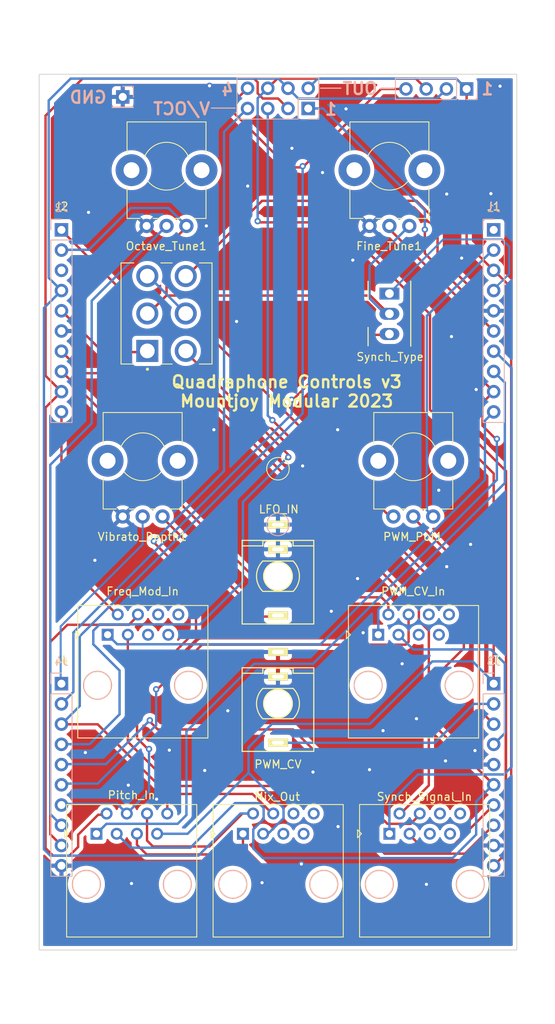
<source format=kicad_pcb>
(kicad_pcb (version 20211014) (generator pcbnew)
  (layers (0 "F.Cu" signal) (31 "B.Cu" signal) (34 "B.Paste" user) (35 "F.Paste" user) (36 "B.SilkS" user "B.Silkscreen") (37 "F.SilkS" user "F.Silkscreen") (38 "B.Mask" user) (39 "F.Mask" user) (44 "Edge.Cuts" user))
  (net 0 "")
  (net 1 "/PWM_CV4")
  (net 2 "/PWM_CV3")
  (net 3 "/PWM_CV2")
  (net 4 "/PWM_CV1")
  (net 5 "/MIX_OUT4")
  (net 6 "/MIX_OUT3")
  (net 7 "/MIX_OUT2")
  (net 8 "/MIX_OUT1")
  (net 9 "/SYNCH_SIGNAL4")
  (net 10 "/SYNCH_SIGNAL3")
  (net 11 "/SYNCH_SIGNAL2")
  (net 12 "/SYNCH_SIGNAL1")
  (net 13 "/FREQ_MOD4")
  (net 14 "/FREQ_MOD3")
  (net 15 "/FREQ_MOD2")
  (net 16 "/FREQ_MOD1")
  (net 17 "/V_PER_OCT4")
  (net 18 "/V_PER_OCT3")
  (net 19 "/V_PER_OCT2")
  (net 20 "/V_PER_OCT1")
  (net 21 "-5V")
  (net 22 "-12V")
  (net 23 "/HARD_SYNCH_SW")
  (net 24 "GND")
  (net 25 "/SAW_SW")
  (net 26 "+12V")
  (net 27 "+5V")
  (net 28 "+2V5")
  (net 29 "/PULSE_SW")
  (net 30 "/PWM_CV")
  (net 31 "/PWM_POT")
  (net 32 "/OCT_TUNE")
  (net 33 "/LIN_FREQ_IN")
  (net 34 "/SOFT_SYNCH_SW")
  (net 35 "/TRIANGLE_SW")
  (net 36 "/FINE_TUNE")
  (net 37 "/LFO_IN")
  (net 50 "Net-(SW2-Pad3)")
  (footprint "Custom_Footprints:RJ45_Molex_42878-8506" (layer "F.Cu") (at 97 118.5)
    (fp_text reference "J7" hide)
    (fp_text value "PWM_CV_In" (at 0 -10.1) (layer "F.SilkS"))
    (pad "" np_thru_hole circle (at 5.76 1.7) (size 3.65 3.65) (drill 3.33) (layers F&B.Cu *.SilkS *.Mask))
    (pad "" np_thru_hole circle (at -5.67 1.7) (size 3.65 3.65) (drill 3.33) (layers F&B.Cu *.SilkS *.Mask))
    (pad "1" thru_hole rect (at -4.4 -4.65) (size 1.5 1.5) (drill 0.9) (layers *.Cu *.Mask) (net 4 "/PWM_CV1"))
    (pad "2" thru_hole circle (at -3.13 -7.19) (size 1.5 1.5) (drill 0.9) (layers *.Cu *.Mask) (net 3 "/PWM_CV2"))
    (pad "3" thru_hole circle (at -1.86 -4.65) (size 1.5 1.5) (drill 0.9) (layers *.Cu *.Mask) (net 2 "/PWM_CV3"))
    (pad "4" thru_hole circle (at -0.59 -7.19) (size 1.5 1.5) (drill 0.9) (layers *.Cu *.Mask) (net 1 "/PWM_CV4"))
    (pad "5" thru_hole circle (at 0.68 -4.65) (size 1.5 1.5) (drill 0.9) (layers *.Cu *.Mask))
    (pad "6" thru_hole circle (at 1.95 -7.19) (size 1.5 1.5) (drill 0.9) (layers *.Cu *.Mask))
    (pad "7" thru_hole circle (at 3.22 -4.65) (size 1.5 1.5) (drill 0.9) (layers *.Cu *.Mask))
    (pad "8" thru_hole circle (at 4.49 -7.19) (size 1.5 1.5) (drill 0.9) (layers *.Cu *.Mask))
  )
  (footprint "Custom_Footprints:Alpha_9mm_Potentiometer_Aligned" (layer "F.Cu") (at 94 55)
    (fp_text reference "Fine_Tune1" (at -0.04 10.04) (layer "F.SilkS"))
    (fp_text value "10k")
    (pad "" np_thru_hole circle locked (at -4.4 0.5 90) (size 4 4) (drill 2) (layers *.Cu *.Mask))
    (pad "" np_thru_hole circle locked (at 4.4 0.5 90) (size 4 4) (drill 2) (layers *.Cu *.Mask))
    (pad "1" thru_hole circle locked (at 2.5 7.5 90) (size 1.8 1.8) (drill 1) (layers *.Cu *.Mask) (net 27 "+5V"))
    (pad "2" thru_hole circle locked (at 0 7.5 90) (size 1.8 1.8) (drill 1) (layers *.Cu *.Mask) (net 36 "/FINE_TUNE"))
    (pad "3" thru_hole circle locked (at -2.5 7.5 90) (size 1.8 1.8) (drill 1) (layers *.Cu *.Mask) (net 24 "GND"))
  )
  (footprint "Custom_Footprints:RJ45_Molex_42878-8506" (layer "F.Cu") (at 63 118.5)
    (fp_text reference "J9" hide)
    (fp_text value "Freq_Mod_In" (at 0 -10.1) (layer "F.SilkS"))
    (pad "" np_thru_hole circle (at -5.67 1.7) (size 3.65 3.65) (drill 3.33) (layers F&B.Cu *.SilkS *.Mask))
    (pad "" np_thru_hole circle (at 5.76 1.7) (size 3.65 3.65) (drill 3.33) (layers F&B.Cu *.SilkS *.Mask))
    (pad "1" thru_hole rect (at -4.4 -4.65) (size 1.5 1.5) (drill 0.9) (layers *.Cu *.Mask) (net 16 "/FREQ_MOD1"))
    (pad "2" thru_hole circle (at -3.13 -7.19) (size 1.5 1.5) (drill 0.9) (layers *.Cu *.Mask) (net 15 "/FREQ_MOD2"))
    (pad "3" thru_hole circle (at -1.86 -4.65) (size 1.5 1.5) (drill 0.9) (layers *.Cu *.Mask) (net 14 "/FREQ_MOD3"))
    (pad "4" thru_hole circle (at -0.59 -7.19) (size 1.5 1.5) (drill 0.9) (layers *.Cu *.Mask) (net 13 "/FREQ_MOD4"))
    (pad "5" thru_hole circle (at 0.68 -4.65) (size 1.5 1.5) (drill 0.9) (layers *.Cu *.Mask))
    (pad "6" thru_hole circle (at 1.95 -7.19) (size 1.5 1.5) (drill 0.9) (layers *.Cu *.Mask))
    (pad "7" thru_hole circle (at 3.22 -4.65) (size 1.5 1.5) (drill 0.9) (layers *.Cu *.Mask))
    (pad "8" thru_hole circle (at 4.49 -7.19) (size 1.5 1.5) (drill 0.9) (layers *.Cu *.Mask))
  )
  (footprint "Custom_Footprints:Alpha_9mm_Potentiometer_Aligned" (layer "F.Cu") (at 66 55)
    (fp_text reference "Octave_Tune1" (at -0.04 10.04) (layer "F.SilkS"))
    (fp_text value "10k")
    (pad "" np_thru_hole circle locked (at -4.4 0.5 90) (size 4 4) (drill 2) (layers *.Cu *.Mask))
    (pad "" np_thru_hole circle locked (at 4.4 0.5 90) (size 4 4) (drill 2) (layers *.Cu *.Mask))
    (pad "1" thru_hole circle locked (at 2.5 7.5 90) (size 1.8 1.8) (drill 1) (layers *.Cu *.Mask) (net 27 "+5V"))
    (pad "2" thru_hole circle locked (at 0 7.5 90) (size 1.8 1.8) (drill 1) (layers *.Cu *.Mask) (net 32 "/OCT_TUNE"))
    (pad "3" thru_hole circle locked (at -2.5 7.5 90) (size 1.8 1.8) (drill 1) (layers *.Cu *.Mask) (net 24 "GND"))
  )
  (footprint "Custom_Footprints:RJ45_Molex_42878-8506" (layer "F.Cu") (at 98.4 143.5)
    (fp_text reference "J8" hide)
    (fp_text value "Synch_Signal_In" (at 0 -9.3) (layer "F.SilkS"))
    (pad "" np_thru_hole circle (at -5.67 1.7) (size 3.65 3.65) (drill 3.33) (layers F&B.Cu *.SilkS *.Mask))
    (pad "" np_thru_hole circle (at 5.76 1.7) (size 3.65 3.65) (drill 3.33) (layers F&B.Cu *.SilkS *.Mask))
    (pad "1" thru_hole rect (at -4.4 -4.65) (size 1.5 1.5) (drill 0.9) (layers *.Cu *.Mask) (net 12 "/SYNCH_SIGNAL1"))
    (pad "2" thru_hole circle (at -3.13 -7.19) (size 1.5 1.5) (drill 0.9) (layers *.Cu *.Mask) (net 11 "/SYNCH_SIGNAL2"))
    (pad "3" thru_hole circle (at -1.86 -4.65) (size 1.5 1.5) (drill 0.9) (layers *.Cu *.Mask) (net 10 "/SYNCH_SIGNAL3"))
    (pad "4" thru_hole circle (at -0.59 -7.19) (size 1.5 1.5) (drill 0.9) (layers *.Cu *.Mask) (net 9 "/SYNCH_SIGNAL4"))
    (pad "5" thru_hole circle (at 0.68 -4.65) (size 1.5 1.5) (drill 0.9) (layers *.Cu *.Mask))
    (pad "6" thru_hole circle (at 1.95 -7.19) (size 1.5 1.5) (drill 0.9) (layers *.Cu *.Mask))
    (pad "7" thru_hole circle (at 3.22 -4.65) (size 1.5 1.5) (drill 0.9) (layers *.Cu *.Mask))
    (pad "8" thru_hole circle (at 4.49 -7.19) (size 1.5 1.5) (drill 0.9) (layers *.Cu *.Mask))
  )
  (footprint "Custom_Footprints:SPDTSubMiniature" (layer "F.Cu") (at 94 71 -90)
    (fp_text reference "SW1" hide)
    (fp_text value "Synch_Type" (at 7.9461 -0.084 180) (layer "F.SilkS"))
    (pad "1" thru_hole rect locked (at 0 0 270) (size 1.5 2.5) (drill 1.0922) (layers *.Cu *.Mask) (net 23 "/HARD_SYNCH_SW"))
    (pad "2" thru_hole oval locked (at 2.54 0 270) (size 1.5 2.5) (drill 1.0922) (layers *.Cu *.Mask) (net 27 "+5V"))
    (pad "3" thru_hole oval locked (at 5.08 0 270) (size 1.5 2.5) (drill 1.0922) (layers *.Cu *.Mask) (net 34 "/SOFT_SYNCH_SW"))
  )
  (footprint "Custom_Footprints:3D_Dummy" (layer "F.Cu") (at 80 93)
    (fp_text reference "D2" hide)
    (fp_text value "3d_Model_Panel")
  )
  (footprint "Custom_Footprints:Alpha_9mm_Potentiometer_Aligned" (layer "F.Cu") (at 63 91.5)
    (fp_text reference "Vibrato_Depth1" (at -0.04 10.04) (layer "F.SilkS"))
    (fp_text value "10k")
    (pad "" np_thru_hole circle locked (at -4.4 0.5 90) (size 4 4) (drill 2) (layers *.Cu *.Mask))
    (pad "" np_thru_hole circle locked (at 4.4 0.5 90) (size 4 4) (drill 2) (layers *.Cu *.Mask))
    (pad "1" thru_hole circle locked (at 2.5 7.5 90) (size 1.8 1.8) (drill 1) (layers *.Cu *.Mask) (net 37 "/LFO_IN"))
    (pad "2" thru_hole circle locked (at 0 7.5 90) (size 1.8 1.8) (drill 1) (layers *.Cu *.Mask) (net 33 "/LIN_FREQ_IN"))
    (pad "3" thru_hole circle locked (at -2.5 7.5 90) (size 1.8 1.8) (drill 1) (layers *.Cu *.Mask) (net 24 "GND"))
  )
  (footprint "Custom_Footprints:RJ45_Molex_42878-8506" (layer "F.Cu") (at 61.6 143.5)
    (fp_text reference "J10" hide)
    (fp_text value "Pitch_In" (at 0 -9.5) (layer "F.SilkS"))
    (pad "" np_thru_hole circle (at 5.76 1.7) (size 3.65 3.65) (drill 3.33) (layers F&B.Cu *.SilkS *.Mask))
    (pad "" np_thru_hole circle (at -5.67 1.7) (size 3.65 3.65) (drill 3.33) (layers F&B.Cu *.SilkS *.Mask))
    (pad "1" thru_hole rect (at -4.4 -4.65) (size 1.5 1.5) (drill 0.9) (layers *.Cu *.Mask) (net 20 "/V_PER_OCT1"))
    (pad "2" thru_hole circle (at -3.13 -7.19) (size 1.5 1.5) (drill 0.9) (layers *.Cu *.Mask) (net 19 "/V_PER_OCT2"))
    (pad "3" thru_hole circle (at -1.86 -4.65) (size 1.5 1.5) (drill 0.9) (layers *.Cu *.Mask) (net 18 "/V_PER_OCT3"))
    (pad "4" thru_hole circle (at -0.59 -7.19) (size 1.5 1.5) (drill 0.9) (layers *.Cu *.Mask) (net 17 "/V_PER_OCT4"))
    (pad "5" thru_hole circle (at 0.68 -4.65) (size 1.5 1.5) (drill 0.9) (layers *.Cu *.Mask) (net 8 "/MIX_OUT1"))
    (pad "6" thru_hole circle (at 1.95 -7.19) (size 1.5 1.5) (drill 0.9) (layers *.Cu *.Mask) (net 7 "/MIX_OUT2"))
    (pad "7" thru_hole circle (at 3.22 -4.65) (size 1.5 1.5) (drill 0.9) (layers *.Cu *.Mask) (net 6 "/MIX_OUT3"))
    (pad "8" thru_hole circle (at 4.49 -7.19) (size 1.5 1.5) (drill 0.9) (layers *.Cu *.Mask) (net 5 "/MIX_OUT4"))
  )
  (footprint "Custom_Footprints:100DP6T1B1M2QE_ON_ON_ON" (layer "F.Cu") (at 66 73.5 90)
    (fp_text reference "SW2" hide)
    (fp_text value "Output_Type")
    (pad "1" thru_hole rect (at -4.7 -2.415 90) (size 2.775 2.775) (drill 1.85) (layers *.Cu *.Mask) (net 29 "/PULSE_SW"))
    (pad "2" thru_hole circle (at 0 -2.415 90) (size 2.775 2.775) (drill 1.85) (layers *.Cu *.Mask) (net 27 "+5V"))
    (pad "3" thru_hole circle (at 4.7 -2.415 90) (size 2.775 2.775) (drill 1.85) (layers *.Cu *.Mask) (net 50 "Net-(SW2-Pad3)"))
    (pad "4" thru_hole circle (at -4.7 2.415 90) (size 2.775 2.775) (drill 1.85) (layers *.Cu *.Mask) (net 35 "/TRIANGLE_SW"))
    (pad "5" thru_hole circle (at 0 2.415 90) (size 2.775 2.775) (drill 1.85) (layers *.Cu *.Mask) (net 50 "Net-(SW2-Pad3)"))
    (pad "6" thru_hole circle (at 4.7 2.415 90) (size 2.775 2.775) (drill 1.85) (layers *.Cu *.Mask) (net 25 "/SAW_SW"))
  )
  (footprint "Custom_Footprints:RJ45_Molex_42878-8506" (layer "F.Cu") (at 80 143.5)
    (fp_text reference "J11" hide)
    (fp_text value "Mix_Out" (at -0.1 -9.3) (layer "F.SilkS"))
    (pad "" np_thru_hole circle (at 5.76 1.7) (size 3.65 3.65) (drill 3.33) (layers F&B.Cu *.SilkS *.Mask))
    (pad "" np_thru_hole circle (at -5.67 1.7) (size 3.65 3.65) (drill 3.33) (layers F&B.Cu *.SilkS *.Mask))
    (pad "1" thru_hole rect (at -4.4 -4.65) (size 1.5 1.5) (drill 0.9) (layers *.Cu *.Mask) (net 8 "/MIX_OUT1"))
    (pad "2" thru_hole circle (at -3.13 -7.19) (size 1.5 1.5) (drill 0.9) (layers *.Cu *.Mask) (net 7 "/MIX_OUT2"))
    (pad "3" thru_hole circle (at -1.86 -4.65) (size 1.5 1.5) (drill 0.9) (layers *.Cu *.Mask) (net 6 "/MIX_OUT3"))
    (pad "4" thru_hole circle (at -0.59 -7.19) (size 1.5 1.5) (drill 0.9) (layers *.Cu *.Mask) (net 5 "/MIX_OUT4"))
    (pad "5" thru_hole circle (at 0.68 -4.65) (size 1.5 1.5) (drill 0.9) (layers *.Cu *.Mask))
    (pad "6" thru_hole circle (at 1.95 -7.19) (size 1.5 1.5) (drill 0.9) (layers *.Cu *.Mask))
    (pad "7" thru_hole circle (at 3.22 -4.65) (size 1.5 1.5) (drill 0.9) (layers *.Cu *.Mask))
    (pad "8" thru_hole circle (at 4.49 -7.19) (size 1.5 1.5) (drill 0.9) (layers *.Cu *.Mask))
  )
  (footprint "Custom_Footprints:THONKICONN_hole" (layer "F.Cu") (at 80 106.5 180)
    (fp_text reference "J6" hide)
    (fp_text value "LFO_IN" (at -0.1 8.4) (layer "F.SilkS"))
    (pad "" np_thru_hole circle (at 0 0 180) (size 2.5 2.5) (drill 2.5) (layers *.Cu *.Mask))
    (pad "1" thru_hole rect (at 0 6.48 180) (size 2.5 1) (drill oval 1.5 0.5) (layers *.Cu *.Mask "F.SilkS") (net 24 "GND"))
    (pad "2" thru_hole rect (at 0 3.38 180) (size 2.5 1) (drill oval 1.5 0.5) (layers *.Cu *.Mask "F.SilkS") (net 24 "GND"))
    (pad "3" thru_hole rect (at 0 -4.92 180) (size 2.5 1) (drill oval 1.5 0.5) (layers *.Cu *.Mask "F.SilkS") (net 37 "/LFO_IN"))
  )
  (footprint "Custom_Footprints:Alpha_9mm_Potentiometer_Aligned" (layer "F.Cu") (at 97 91.5)
    (fp_text reference "PWM_Pot1" (at -0.04 10.04) (layer "F.SilkS"))
    (fp_text value "10k")
    (pad "" np_thru_hole circle locked (at 4.4 0.5 90) (size 4 4) (drill 2) (layers *.Cu *.Mask))
    (pad "" np_thru_hole circle locked (at -4.4 0.5 90) (size 4 4) (drill 2) (layers *.Cu *.Mask))
    (pad "1" thru_hole circle locked (at 2.5 7.5 90) (size 1.8 1.8) (drill 1) (layers *.Cu *.Mask) (net 22 "-12V"))
    (pad "2" thru_hole circle locked (at 0 7.5 90) (size 1.8 1.8) (drill 1) (layers *.Cu *.Mask) (net 31 "/PWM_POT"))
    (pad "3" thru_hole circle locked (at -2.5 7.5 90) (size 1.8 1.8) (drill 1) (layers *.Cu *.Mask) (net 26 "+12V"))
  )
  (footprint "Custom_Footprints:THONKICONN_hole" (layer "F.Cu") (at 80 122.5 180)
    (fp_text reference "J5" hide)
    (fp_text value "PWM_CV" (at 0 -7.62) (layer "F.SilkS"))
    (pad "" np_thru_hole circle (at 0 0 180) (size 2.5 2.5) (drill 2.5) (layers *.Cu *.Mask))
    (pad "1" thru_hole rect (at 0 6.48 180) (size 2.5 1) (drill oval 1.5 0.5) (layers *.Cu *.Mask "F.SilkS") (net 24 "GND"))
    (pad "2" thru_hole rect (at 0 3.38 180) (size 2.5 1) (drill oval 1.5 0.5) (layers *.Cu *.Mask "F.SilkS") (net 24 "GND"))
    (pad "3" thru_hole rect (at 0 -4.92 180) (size 2.5 1) (drill oval 1.5 0.5) (layers *.Cu *.Mask "F.SilkS") (net 30 "/PWM_CV"))
  )
  (footprint "Connector_PinHeader_2.54mm:PinHeader_1x04_P2.54mm_Vertical" (layer "B.Cu") (at 103.7 45.3 90)
    (fp_text reference "J13" hide)
    (fp_text value "Conn_01x04_Male")
    (pad "1" thru_hole rect (at 0 0 90) (size 1.7 1.7) (drill 1) (layers *.Cu *.Mask) (net 8 "/MIX_OUT1"))
    (pad "2" thru_hole oval (at 0 -2.54 90) (size 1.7 1.7) (drill 1) (layers *.Cu *.Mask) (net 7 "/MIX_OUT2"))
    (pad "3" thru_hole oval (at 0 -5.08 90) (size 1.7 1.7) (drill 1) (layers *.Cu *.Mask) (net 6 "/MIX_OUT3"))
    (pad "4" thru_hole oval (at 0 -7.62 90) (size 1.7 1.7) (drill 1) (layers *.Cu *.Mask) (net 5 "/MIX_OUT4"))
  )
  (footprint "Connector_PinSocket_2.54mm:PinSocket_1x10_P2.54mm_Vertical" (layer "B.Cu") (at 107.1 120 180)
    (fp_text reference "J3" (at 0 2.77) (layer "B.SilkS") (effects (justify mirror)))
    (fp_text value "Conn_01x10_Female")
    (pad "1" thru_hole rect locked (at 0 0 180) (size 1.7 1.7) (drill 1) (layers *.Cu *.Mask) (net 6 "/MIX_OUT3"))
    (pad "2" thru_hole oval locked (at 0 -2.54 180) (size 1.7 1.7) (drill 1) (layers *.Cu *.Mask) (net 30 "/PWM_CV"))
    (pad "3" thru_hole oval locked (at 0 -5.08 180) (size 1.7 1.7) (drill 1) (layers *.Cu *.Mask) (net 31 "/PWM_POT"))
    (pad "4" thru_hole oval locked (at 0 -7.62 180) (size 1.7 1.7) (drill 1) (layers *.Cu *.Mask) (net 2 "/PWM_CV3"))
    (pad "5" thru_hole oval locked (at 0 -10.16 180) (size 1.7 1.7) (drill 1) (layers *.Cu *.Mask) (net 24 "GND"))
    (pad "6" thru_hole oval locked (at 0 -12.7 180) (size 1.7 1.7) (drill 1) (layers *.Cu *.Mask) (net 18 "/V_PER_OCT3"))
    (pad "7" thru_hole oval locked (at 0 -15.24 180) (size 1.7 1.7) (drill 1) (layers *.Cu *.Mask) (net 10 "/SYNCH_SIGNAL3"))
    (pad "8" thru_hole oval locked (at 0 -17.78 180) (size 1.7 1.7) (drill 1) (layers *.Cu *.Mask) (net 14 "/FREQ_MOD3"))
    (pad "9" thru_hole oval locked (at 0 -20.32 180) (size 1.7 1.7) (drill 1) (layers *.Cu *.Mask) (net 24 "GND"))
    (pad "10" thru_hole oval locked (at 0 -22.86 180) (size 1.7 1.7) (drill 1) (layers *.Cu *.Mask) (net 36 "/FINE_TUNE"))
  )
  (footprint "Connector_PinHeader_2.54mm:PinHeader_1x01_P2.54mm_Vertical" (layer "B.Cu") (at 60.5 46.3 180)
    (fp_text reference "J14" hide)
    (fp_text value "Conn_01x01_Male")
    (pad "1" thru_hole rect (at 0 0 180) (size 1.7 1.7) (drill 1) (layers *.Cu *.Mask) (net 24 "GND"))
  )
  (footprint "Connector_PinSocket_2.54mm:PinSocket_1x10_P2.54mm_Vertical" (layer "B.Cu") (at 52.8 120 180)
    (fp_text reference "J4" (at 0 2.77) (layer "B.SilkS") (effects (justify mirror)))
    (fp_text value "Conn_01x10_Female")
    (pad "1" thru_hole rect locked (at 0 0 180) (size 1.7 1.7) (drill 1) (layers *.Cu *.Mask) (net 33 "/LIN_FREQ_IN"))
    (pad "2" thru_hole oval locked (at 0 -2.54 180) (size 1.7 1.7) (drill 1) (layers *.Cu *.Mask) (net 34 "/SOFT_SYNCH_SW"))
    (pad "3" thru_hole oval locked (at 0 -5.08 180) (size 1.7 1.7) (drill 1) (layers *.Cu *.Mask) (net 5 "/MIX_OUT4"))
    (pad "4" thru_hole oval locked (at 0 -7.62 180) (size 1.7 1.7) (drill 1) (layers *.Cu *.Mask) (net 35 "/TRIANGLE_SW"))
    (pad "5" thru_hole oval locked (at 0 -10.16 180) (size 1.7 1.7) (drill 1) (layers *.Cu *.Mask) (net 9 "/SYNCH_SIGNAL4"))
    (pad "6" thru_hole oval locked (at 0 -12.7 180) (size 1.7 1.7) (drill 1) (layers *.Cu *.Mask) (net 1 "/PWM_CV4"))
    (pad "7" thru_hole oval locked (at 0 -15.24 180) (size 1.7 1.7) (drill 1) (layers *.Cu *.Mask) (net 17 "/V_PER_OCT4"))
    (pad "8" thru_hole oval locked (at 0 -17.78 180) (size 1.7 1.7) (drill 1) (layers *.Cu *.Mask) (net 32 "/OCT_TUNE"))
    (pad "9" thru_hole oval locked (at 0 -20.32 180) (size 1.7 1.7) (drill 1) (layers *.Cu *.Mask) (net 13 "/FREQ_MOD4"))
    (pad "10" thru_hole oval locked (at 0 -22.86 180) (size 1.7 1.7) (drill 1) (layers *.Cu *.Mask) (net 24 "GND"))
  )
  (footprint "Custom_Footprints:3D_Dummy" (layer "B.Cu") (at 80 100 180)
    (fp_text reference "D1" hide)
    (fp_text value "3d_Model_Components")
  )
  (footprint "Connector_PinSocket_2.54mm:PinSocket_1x10_P2.54mm_Vertical" (layer "B.Cu") (at 107.1 63 180)
    (fp_text reference "J1" (at 0 2.77) (layer "B.SilkS") (effects (justify mirror)))
    (fp_text value "Conn_01x10_Female")
    (pad "1" thru_hole rect locked (at 0 0 180) (size 1.7 1.7) (drill 1) (layers *.Cu *.Mask) (net 21 "-5V"))
    (pad "2" thru_hole oval locked (at 0 -2.54 180) (size 1.7 1.7) (drill 1) (layers *.Cu *.Mask) (net 22 "-12V"))
    (pad "3" thru_hole oval locked (at 0 -5.08 180) (size 1.7 1.7) (drill 1) (layers *.Cu *.Mask) (net 8 "/MIX_OUT1"))
    (pad "4" thru_hole oval locked (at 0 -7.62 180) (size 1.7 1.7) (drill 1) (layers *.Cu *.Mask) (net 23 "/HARD_SYNCH_SW"))
    (pad "5" thru_hole oval locked (at 0 -10.16 180) (size 1.7 1.7) (drill 1) (layers *.Cu *.Mask) (net 24 "GND"))
    (pad "6" thru_hole oval locked (at 0 -12.7 180) (size 1.7 1.7) (drill 1) (layers *.Cu *.Mask) (net 25 "/SAW_SW"))
    (pad "7" thru_hole oval locked (at 0 -15.24 180) (size 1.7 1.7) (drill 1) (layers *.Cu *.Mask) (net 12 "/SYNCH_SIGNAL1"))
    (pad "8" thru_hole oval locked (at 0 -17.78 180) (size 1.7 1.7) (drill 1) (layers *.Cu *.Mask) (net 4 "/PWM_CV1"))
    (pad "9" thru_hole oval locked (at 0 -20.32 180) (size 1.7 1.7) (drill 1) (layers *.Cu *.Mask) (net 20 "/V_PER_OCT1"))
    (pad "10" thru_hole oval locked (at 0 -22.86 180) (size 1.7 1.7) (drill 1) (layers *.Cu *.Mask) (net 16 "/FREQ_MOD1"))
  )
  (footprint "Connector_PinHeader_2.54mm:PinHeader_2x04_P2.54mm_Vertical" (layer "B.Cu") (at 83.8 47.75 90)
    (fp_text reference "J12" hide)
    (fp_text value "Conn_02x04_Odd_Even")
    (pad "1" thru_hole rect (at 0 0 90) (size 1.7 1.7) (drill 1) (layers *.Cu *.Mask) (net 20 "/V_PER_OCT1"))
    (pad "2" thru_hole oval (at 2.54 0 90) (size 1.7 1.7) (drill 1) (layers *.Cu *.Mask) (net 8 "/MIX_OUT1"))
    (pad "3" thru_hole oval (at 0 -2.54 90) (size 1.7 1.7) (drill 1) (layers *.Cu *.Mask) (net 19 "/V_PER_OCT2"))
    (pad "4" thru_hole oval (at 2.54 -2.54 90) (size 1.7 1.7) (drill 1) (layers *.Cu *.Mask) (net 7 "/MIX_OUT2"))
    (pad "5" thru_hole oval (at 0 -5.08 90) (size 1.7 1.7) (drill 1) (layers *.Cu *.Mask) (net 18 "/V_PER_OCT3"))
    (pad "6" thru_hole oval (at 2.54 -5.08 90) (size 1.7 1.7) (drill 1) (layers *.Cu *.Mask) (net 6 "/MIX_OUT3"))
    (pad "7" thru_hole oval (at 0 -7.62 90) (size 1.7 1.7) (drill 1) (layers *.Cu *.Mask) (net 17 "/V_PER_OCT4"))
    (pad "8" thru_hole oval (at 2.54 -7.62 90) (size 1.7 1.7) (drill 1) (layers *.Cu *.Mask) (net 5 "/MIX_OUT4"))
  )
  (footprint "Connector_PinSocket_2.54mm:PinSocket_1x10_P2.54mm_Vertical" (layer "B.Cu") (at 52.8 63 180)
    (fp_text reference "J2" (at 0 2.77) (layer "B.SilkS") (effects (justify mirror)))
    (fp_text value "Conn_01x10_Female")
    (pad "1" thru_hole rect locked (at 0 0 180) (size 1.7 1.7) (drill 1) (layers *.Cu *.Mask) (net 26 "+12V"))
    (pad "2" thru_hole oval locked (at 0 -2.54 180) (size 1.7 1.7) (drill 1) (layers *.Cu *.Mask) (net 27 "+5V"))
    (pad "3" thru_hole oval locked (at 0 -5.08 180) (size 1.7 1.7) (drill 1) (layers *.Cu *.Mask) (net 28 "+2V5"))
    (pad "4" thru_hole oval locked (at 0 -7.62 180) (size 1.7 1.7) (drill 1) (layers *.Cu *.Mask) (net 7 "/MIX_OUT2"))
    (pad "5" thru_hole oval locked (at 0 -10.16 180) (size 1.7 1.7) (drill 1) (layers *.Cu *.Mask) (net 29 "/PULSE_SW"))
    (pad "6" thru_hole oval locked (at 0 -12.7 180) (size 1.7 1.7) (drill 1) (layers *.Cu *.Mask) (net 24 "GND"))
    (pad "7" thru_hole oval locked (at 0 -15.24 180) (size 1.7 1.7) (drill 1) (layers *.Cu *.Mask) (net 11 "/SYNCH_SIGNAL2"))
    (pad "8" thru_hole oval locked (at 0 -17.78 180) (size 1.7 1.7) (drill 1) (layers *.Cu *.Mask) (net 3 "/PWM_CV2"))
    (pad "9" thru_hole oval locked (at 0 -20.32 180) (size 1.7 1.7) (drill 1) (layers *.Cu *.Mask) (net 19 "/V_PER_OCT2"))
    (pad "10" thru_hole oval locked (at 0 -22.86 180) (size 1.7 1.7) (drill 1) (layers *.Cu *.Mask) (net 15 "/FREQ_MOD2"))
  )
  (gr_line (start 94.575 45.25) (end 92.825 45.25) (layer "B.SilkS") (width 0.15))
  (gr_line (start 71.65 47.7) (end 74.6 47.7) (layer "B.SilkS") (width 0.15))
  (gr_line (start 87.9 45.2) (end 85.35 45.2) (layer "B.SilkS") (width 0.15))
  (gr_rect (start 50 43.45) (end 110 153.45) (layer "Edge.Cuts") (width 0.1) (fill none))
  (gr_text "OUT" (at 90.3 45.25) (layer "B.SilkS") (effects (font (size 1.5 1.5) (thickness 0.3)) (justify mirror)))
  (gr_text "4" (at 73.65 45.4) (layer "B.SilkS") (effects (font (size 1.5 1.5) (thickness 0.3)) (justify mirror)))
  (gr_text "1" (at 86.65 47.85) (layer "B.SilkS") (effects (font (size 1.5 1.5) (thickness 0.3)) (justify mirror)))
  (gr_text "GND" (at 56.15 46.35) (layer "B.SilkS") (effects (font (size 1.5 1.5) (thickness 0.3)) (justify mirror)))
  (gr_text "V/OCT" (at 67.9 47.8) (layer "B.SilkS") (effects (font (size 1.5 1.5) (thickness 0.3)) (justify mirror)))
  (gr_text "1" (at 106.3 45.3) (layer "B.SilkS") (effects (font (size 1.5 1.5) (thickness 0.3)) (justify mirror)))
  (gr_text "J1" (at 107.1 60.05) (layer "F.SilkS") (effects (font (size 1 1))))
  (gr_text "Quadraphone Controls v3\nMountjoy Modular 2023" (at 81.1 83.3) (layer "F.SilkS") (effects (font (size 1.5 1.5) (thickness 0.3))))
  (gr_text "J4" (at 52.8 117.05) (layer "F.SilkS") (effects (font (size 1 1))))
  (gr_text "J3" (at 107.1 117.05) (layer "F.SilkS") (effects (font (size 1 1))))
  (gr_text "J2" (at 52.8 60.05) (layer "F.SilkS") (effects (font (size 1 1))))
  (segment (start 96.41 114.74) (end 96.05 115.1) (width 0.3) (layer "F.Cu") (net 1))
  (segment (start 96.41 111.46) (end 96.41 114.74) (width 0.3) (layer "F.Cu") (net 1))
  (segment (start 96.05 115.1) (end 70.45 115.1) (width 0.3) (layer "F.Cu") (net 1))
  (segment (start 70.45 115.1) (end 64.7 120.85) (width 0.3) (layer "F.Cu") (net 1))
  (via (at 64.7 120.7) (size 0.8) (drill 0.4) (layers "F.Cu" "B.Cu") (net 1))
  (segment (start 64.7 125.20431) (end 57.35431 132.55) (width 0.3) (layer "B.Cu") (net 1))
  (segment (start 57.35431 132.55) (end 52.8 132.55) (width 0.3) (layer "B.Cu") (net 1))
  (segment (start 64.7 120.7) (end 64.7 125.20431) (width 0.3) (layer "B.Cu") (net 1))
  (segment (start 108.5 117.45) (end 108.5 126.22) (width 0.3) (layer "B.Cu") (net 2))
  (segment (start 108.5 126.22) (end 107.1 127.62) (width 0.3) (layer "B.Cu") (net 2))
  (segment (start 96.99 115.7) (end 106.75 115.7) (width 0.3) (layer "B.Cu") (net 2))
  (segment (start 106.75 115.7) (end 108.5 117.45) (width 0.3) (layer "B.Cu") (net 2))
  (segment (start 95.14 113.85) (end 96.99 115.7) (width 0.3) (layer "B.Cu") (net 2))
  (segment (start 93.87 110.02) (end 93 109.15) (width 0.3) (layer "F.Cu") (net 3))
  (segment (start 93 109.15) (end 79.5 109.15) (width 0.3) (layer "F.Cu") (net 3))
  (segment (start 79.5 109.15) (end 63.25 92.9) (width 0.3) (layer "F.Cu") (net 3))
  (segment (start 52.83 80.78) (end 52.8 80.78) (width 0.3) (layer "F.Cu") (net 3))
  (segment (start 63.25 91.2) (end 52.83 80.78) (width 0.3) (layer "F.Cu") (net 3))
  (segment (start 63.25 92.9) (end 63.25 91.2) (width 0.3) (layer "F.Cu") (net 3))
  (segment (start 93.87 111.46) (end 93.87 110.02) (width 0.3) (layer "F.Cu") (net 3))
  (segment (start 92.6 110.7) (end 108.5 94.8) (width 0.3) (layer "B.Cu") (net 4))
  (segment (start 108.5 82.18) (end 107.1 80.78) (width 0.3) (layer "B.Cu") (net 4))
  (segment (start 92.6 113.85) (end 92.6 110.7) (width 0.3) (layer "B.Cu") (net 4))
  (segment (start 108.5 94.8) (end 108.5 82.18) (width 0.3) (layer "B.Cu") (net 4))
  (segment (start 52.82 125.1) (end 52.8 125.08) (width 0.3) (layer "F.Cu") (net 5))
  (segment (start 66.1 133.85) (end 57.35 125.1) (width 0.3) (layer "F.Cu") (net 5))
  (segment (start 81.3 55.15) (end 74.55 48.4) (width 0.3) (layer "F.Cu") (net 5))
  (segment (start 92.95 45.3) (end 83.1 55.15) (width 0.3) (layer "F.Cu") (net 5))
  (segment (start 74.55 46.83) (end 76.18 45.2) (width 0.3) (layer "F.Cu") (net 5))
  (segment (start 74.55 48.4) (end 74.55 46.83) (width 0.3) (layer "F.Cu") (net 5))
  (segment (start 96.08 45.3) (end 92.95 45.3) (width 0.3) (layer "F.Cu") (net 5))
  (segment (start 66.1 133.85) (end 76.8 133.85) (width 0.3) (layer "F.Cu") (net 5))
  (segment (start 66.1 133.85) (end 66.1 136.45) (width 0.3) (layer "F.Cu") (net 5))
  (segment (start 83.1 55.15) (end 81.3 55.15) (width 0.3) (layer "F.Cu") (net 5))
  (segment (start 57.35 125.1) (end 52.82 125.1) (width 0.3) (layer "F.Cu") (net 5))
  (segment (start 76.8 133.85) (end 79.41 136.46) (width 0.3) (layer "F.Cu") (net 5))
  (via (at 83.1 55) (size 0.8) (drill 0.4) (layers "F.Cu" "B.Cu") (net 5))
  (segment (start 55.1 122.8) (end 55.1 114.043599) (width 0.3) (layer "B.Cu") (net 5))
  (segment (start 52.8 125.08) (end 52.82 125.08) (width 0.3) (layer "B.Cu") (net 5))
  (segment (start 55.1 114.043599) (end 83.1 86.043599) (width 0.3) (layer "B.Cu") (net 5))
  (segment (start 52.82 125.08) (end 55.1 122.8) (width 0.3) (layer "B.Cu") (net 5))
  (segment (start 83.1 86.043599) (end 83.1 55) (width 0.3) (layer "B.Cu") (net 5))
  (segment (start 87.567249 62.054499) (end 77.449999 62.054499) (width 0.3) (layer "F.Cu") (net 6))
  (segment (start 97.32 44) (end 79.92 44) (width 0.3) (layer "F.Cu") (net 6))
  (segment (start 79.92 44) (end 78.72 45.2) (width 0.3) (layer "F.Cu") (net 6))
  (segment (start 107.1 93.6) (end 99.1 85.6) (width 0.3) (layer "F.Cu") (net 6))
  (segment (start 107.1 120) (end 107.1 93.6) (width 0.3) (layer "F.Cu") (net 6))
  (segment (start 98.62 45.3) (end 97.32 44) (width 0.3) (layer "F.Cu") (net 6))
  (segment (start 99.1 85.6) (end 99.1 73.58725) (width 0.3) (layer "F.Cu") (net 6))
  (segment (start 99.1 73.58725) (end 87.567249 62.054499) (width 0.3) (layer "F.Cu") (net 6))
  (via (at 77.449999 61.904499) (size 0.8) (drill 0.4) (layers "F.Cu" "B.Cu") (net 6))
  (segment (start 79.25 125.05) (end 76.3 128) (width 0.3) (layer "B.Cu") (net 6))
  (segment (start 76.3 128) (end 76.3 131.2) (width 0.3) (layer "B.Cu") (net 6))
  (segment (start 104.45 117.2) (end 99.4 117.2) (width 0.3) (layer "B.Cu") (net 6))
  (segment (start 78.75 138.85) (end 78.14 138.85) (width 0.3) (layer "B.Cu") (net 6))
  (segment (start 78.72 45.2) (end 77.449999 46.470001) (width 0.3) (layer "B.Cu") (net 6))
  (segment (start 107.1 119.85) (end 104.45 117.2) (width 0.3) (layer "B.Cu") (net 6))
  (segment (start 91.55 125.05) (end 79.25 125.05) (width 0.3) (layer "B.Cu") (net 6))
  (segment (start 76.3 131.2) (end 80.7 135.6) (width 0.3) (layer "B.Cu") (net 6))
  (segment (start 68.65 138.85) (end 64.82 138.85) (width 0.3) (layer "B.Cu") (net 6))
  (segment (start 80.7 135.6) (end 80.7 136.9) (width 0.3) (layer "B.Cu") (net 6))
  (segment (start 76.3 131.2) (end 68.65 138.85) (width 0.3) (layer "B.Cu") (net 6))
  (segment (start 80.7 136.9) (end 78.75 138.85) (width 0.3) (layer "B.Cu") (net 6))
  (segment (start 99.4 117.2) (end 91.55 125.05) (width 0.3) (layer "B.Cu") (net 6))
  (segment (start 77.449999 46.470001) (end 77.449999 61.904499) (width 0.3) (layer "B.Cu") (net 6))
  (segment (start 64.3 140.45) (end 71.4 140.45) (width 0.3) (layer "F.Cu") (net 7))
  (segment (start 63.55 139.7) (end 64.3 140.45) (width 0.3) (layer "F.Cu") (net 7))
  (segment (start 71.4 140.45) (end 75.54 136.31) (width 0.3) (layer "F.Cu") (net 7))
  (segment (start 63.55 136.46) (end 63.55 139.7) (width 0.3) (layer "F.Cu") (net 7))
  (segment (start 75.54 136.31) (end 76.87 136.31) (width 0.3) (layer "F.Cu") (net 7))
  (segment (start 75.29 136.31) (end 76.87 136.31) (width 0.3) (layer "B.Cu") (net 7))
  (segment (start 51.2 69.02) (end 52.8 70.62) (width 0.3) (layer "B.Cu") (net 7))
  (segment (start 50.600499 140.800499) (end 51.4 141.6) (width 0.3) (layer "B.Cu") (net 7))
  (segment (start 80.05 44) (end 53.95 44) (width 0.3) (layer "B.Cu") (net 7))
  (segment (start 101.16 45.3) (end 99.96 46.5) (width 0.3) (layer "B.Cu") (net 7))
  (segment (start 52.8 70.62) (end 50.600499 72.819501) (width 0.3) (layer "B.Cu") (net 7))
  (segment (start 50.600499 72.819501) (end 50.600499 140.800499) (width 0.3) (layer "B.Cu") (net 7))
  (segment (start 53.95 44) (end 51.2 46.75) (width 0.3) (layer "B.Cu") (net 7))
  (segment (start 51.4 141.6) (end 70 141.6) (width 0.3) (layer "B.Cu") (net 7))
  (segment (start 70 141.6) (end 75.29 136.31) (width 0.3) (layer "B.Cu") (net 7))
  (segment (start 51.2 46.75) (end 51.2 69.02) (width 0.3) (layer "B.Cu") (net 7))
  (segment (start 99.96 46.5) (end 82.55 46.5) (width 0.3) (layer "B.Cu") (net 7))
  (segment (start 82.55 46.5) (end 80.05 44) (width 0.3) (layer "B.Cu") (net 7))
  (segment (start 62.28 139) (end 62.28 140.23) (width 0.3) (layer "F.Cu") (net 8))
  (segment (start 109.3 145.25) (end 109.3 70.25) (width 0.3) (layer "F.Cu") (net 8))
  (segment (start 107.08 68.08) (end 103.7 64.7) (width 0.3) (layer "F.Cu") (net 8))
  (segment (start 103.7 64.7) (end 103.7 44.65) (width 0.3) (layer "F.Cu") (net 8))
  (segment (start 107.1 68.08) (end 107.08 68.08) (width 0.3) (layer "F.Cu") (net 8))
  (segment (start 62.28 140.23) (end 63.5 141.45) (width 0.3) (layer "F.Cu") (net 8))
  (segment (start 75.6 140.45) (end 83.8 148.65) (width 0.3) (layer "F.Cu") (net 8))
  (segment (start 74.6 141.45) (end 75.6 140.45) (width 0.3) (layer "F.Cu") (net 8))
  (segment (start 109.3 70.25) (end 107.13 68.08) (width 0.3) (layer "F.Cu") (net 8))
  (segment (start 63.5 141.45) (end 74.6 141.45) (width 0.3) (layer "F.Cu") (net 8))
  (segment (start 75.6 140.45) (end 75.6 139) (width 0.3) (layer "F.Cu") (net 8))
  (segment (start 83.8 148.65) (end 105.9 148.65) (width 0.3) (layer "F.Cu") (net 8))
  (segment (start 105.9 148.65) (end 109.3 145.25) (width 0.3) (layer "F.Cu") (net 8))
  (segment (start 107.13 68.08) (end 107.1 68.08) (width 0.3) (layer "F.Cu") (net 8))
  (segment (start 103.7 45.3) (end 102.4 44) (width 0.3) (layer "B.Cu") (net 8))
  (segment (start 85 44) (end 83.8 45.2) (width 0.3) (layer "B.Cu") (net 8))
  (segment (start 102.4 44) (end 85 44) (width 0.3) (layer "B.Cu") (net 8))
  (segment (start 93.75 137.6) (end 81.9 125.75) (width 0.3) (layer "F.Cu") (net 9))
  (segment (start 96.67 137.6) (end 93.75 137.6) (width 0.3) (layer "F.Cu") (net 9))
  (segment (start 81.9 125.75) (end 64.9 125.75) (width 0.3) (layer "F.Cu") (net 9))
  (segment (start 97.81 136.46) (end 96.67 137.6) (width 0.3) (layer "F.Cu") (net 9))
  (segment (start 64.9 125.75) (end 63.9 124.75) (width 0.3) (layer "F.Cu") (net 9))
  (via (at 63.9 124.6) (size 0.8) (drill 0.4) (layers "F.Cu" "B.Cu") (net 9))
  (segment (start 52.86 130.1) (end 58.4 130.1) (width 0.3) (layer "B.Cu") (net 9))
  (segment (start 52.8 130.16) (end 52.86 130.1) (width 0.3) (layer "B.Cu") (net 9))
  (segment (start 58.4 130.1) (end 63.9 124.6) (width 0.3) (layer "B.Cu") (net 9))
  (segment (start 98.09 140.55) (end 101.8 140.55) (width 0.3) (layer "F.Cu") (net 10))
  (segment (start 107.1 135.25) (end 107.1 135.24) (width 0.3) (layer "F.Cu") (net 10))
  (segment (start 96.54 139) (end 98.09 140.55) (width 0.3) (layer "F.Cu") (net 10))
  (segment (start 101.8 140.55) (end 107.1 135.25) (width 0.3) (layer "F.Cu") (net 10))
  (segment (start 95.27 136.46) (end 98.95 132.78) (width 0.3) (layer "F.Cu") (net 11))
  (segment (start 52.8 78.25) (end 52.8 78.24) (width 0.3) (layer "F.Cu") (net 11))
  (segment (start 98.95 113.35) (end 97.7 112.1) (width 0.3) (layer "F.Cu") (net 11))
  (segment (start 98.95 132.78) (end 98.95 113.35) (width 0.3) (layer "F.Cu") (net 11))
  (segment (start 68.05 81) (end 55.55 81) (width 0.3) (layer "F.Cu") (net 11))
  (segment (start 97.7 110.65) (end 68.05 81) (width 0.3) (layer "F.Cu") (net 11))
  (segment (start 97.7 112.1) (end 97.7 110.65) (width 0.3) (layer "F.Cu") (net 11))
  (segment (start 55.55 81) (end 52.8 78.25) (width 0.3) (layer "F.Cu") (net 11))
  (segment (start 109.35 130.45) (end 109.35 80.34) (width 0.3) (layer "B.Cu") (net 12))
  (segment (start 109.35 80.34) (end 107.25 78.24) (width 0.3) (layer "B.Cu") (net 12))
  (segment (start 97.6 131.4) (end 108.4 131.4) (width 0.3) (layer "B.Cu") (net 12))
  (segment (start 108.4 131.4) (end 109.35 130.45) (width 0.3) (layer "B.Cu") (net 12))
  (segment (start 94 138.85) (end 94 135) (width 0.3) (layer "B.Cu") (net 12))
  (segment (start 94 135) (end 97.6 131.4) (width 0.3) (layer "B.Cu") (net 12))
  (segment (start 107.25 78.24) (end 107.1 78.24) (width 0.3) (layer "B.Cu") (net 12))
  (segment (start 53.55 112.6) (end 51.4 114.75) (width 0.3) (layer "F.Cu") (net 13))
  (segment (start 51.4 138.92) (end 52.8 140.32) (width 0.3) (layer "F.Cu") (net 13))
  (segment (start 51.4 114.75) (end 51.4 138.92) (width 0.3) (layer "F.Cu") (net 13))
  (segment (start 61.27 112.6) (end 53.55 112.6) (width 0.3) (layer "F.Cu") (net 13))
  (segment (start 62.41 111.46) (end 61.27 112.6) (width 0.3) (layer "F.Cu") (net 13))
  (segment (start 66.7 132.85) (end 61.14 127.29) (width 0.3) (layer "F.Cu") (net 14))
  (segment (start 107.1 137.78) (end 107.07 137.78) (width 0.3) (layer "F.Cu") (net 14))
  (segment (start 84.9 132.85) (end 66.7 132.85) (width 0.3) (layer "F.Cu") (net 14))
  (segment (start 93.4 141.35) (end 84.9 132.85) (width 0.3) (layer "F.Cu") (net 14))
  (segment (start 107.07 137.78) (end 103.5 141.35) (width 0.3) (layer "F.Cu") (net 14))
  (segment (start 61.14 127.29) (end 61.14 114) (width 0.3) (layer "F.Cu") (net 14))
  (segment (start 103.5 141.35) (end 93.4 141.35) (width 0.3) (layer "F.Cu") (net 14))
  (segment (start 52.8 104.35) (end 52.8 85.86) (width 0.3) (layer "F.Cu") (net 15))
  (segment (start 59.87 111.42) (end 52.8 104.35) (width 0.3) (layer "F.Cu") (net 15))
  (segment (start 106 94.4) (end 106 86.96) (width 0.3) (layer "B.Cu") (net 16))
  (segment (start 85.35 115.05) (end 106 94.4) (width 0.3) (layer "B.Cu") (net 16))
  (segment (start 58.6 113.85) (end 59.8 115.05) (width 0.3) (layer "B.Cu") (net 16))
  (segment (start 106 86.96) (end 107.1 85.86) (width 0.3) (layer "B.Cu") (net 16))
  (segment (start 59.8 115.05) (end 85.35 115.05) (width 0.3) (layer "B.Cu") (net 16))
  (segment (start 64.4 102.25) (end 69.7 107.55) (width 0.3) (layer "F.Cu") (net 17))
  (segment (start 62.3 120.75) (end 62.3 126.85) (width 0.3) (layer "F.Cu") (net 17))
  (segment (start 69.7 113.35) (end 62.3 120.75) (width 0.3) (layer "F.Cu") (net 17))
  (segment (start 62.3 126.85) (end 63.8 128.35) (width 0.3) (layer "F.Cu") (net 17))
  (segment (start 69.7 107.55) (end 69.7 113.35) (width 0.3) (layer "F.Cu") (net 17))
  (via (at 63.8 128.2) (size 0.8) (drill 0.4) (layers "F.Cu" "B.Cu") (net 17))
  (via (at 64.4 102.1) (size 0.8) (drill 0.4) (layers "F.Cu" "B.Cu") (net 17))
  (segment (start 73.225 93.275) (end 64.4 102.1) (width 0.3) (layer "B.Cu") (net 17))
  (segment (start 52.8 135.24) (end 52.94 135.1) (width 0.3) (layer "B.Cu") (net 17))
  (segment (start 73.225 50.675) (end 73.225 93.275) (width 0.3) (layer "B.Cu") (net 17))
  (segment (start 52.94 135.1) (end 59.8 135.1) (width 0.3) (layer "B.Cu") (net 17))
  (segment (start 63.8 128.2) (end 63.8 133.52) (width 0.3) (layer "B.Cu") (net 17))
  (segment (start 59.8 135.1) (end 61.01 136.31) (width 0.3) (layer "B.Cu") (net 17))
  (segment (start 76.18 47.74) (end 76.16 47.74) (width 0.3) (layer "B.Cu") (net 17))
  (segment (start 63.8 133.52) (end 61.01 136.31) (width 0.3) (layer "B.Cu") (net 17))
  (segment (start 76.16 47.74) (end 73.225 50.675) (width 0.3) (layer "B.Cu") (net 17))
  (segment (start 103.35 115.55) (end 103.35 110.95) (width 0.3) (layer "F.Cu") (net 18))
  (segment (start 107.1 132.7) (end 100 125.6) (width 0.3) (layer "F.Cu") (net 18))
  (segment (start 100 125.6) (end 100 118.9) (width 0.3) (layer "F.Cu") (net 18))
  (segment (start 100 118.9) (end 103.35 115.55) (width 0.3) (layer "F.Cu") (net 18))
  (segment (start 103.35 110.95) (end 79.3 86.9) (width 0.3) (layer "F.Cu") (net 18))
  (via (at 79.3 86.9) (size 0.8) (drill 0.4) (layers "F.Cu" "B.Cu") (net 18))
  (segment (start 78.72 47.74) (end 78.72 86.32) (width 0.3) (layer "B.Cu") (net 18))
  (segment (start 104.9 138.95) (end 101.95 141.9) (width 0.3) (layer "B.Cu") (net 18))
  (segment (start 74.6 135) (end 69 140.6) (width 0.3) (layer "B.Cu") (net 18))
  (segment (start 101.95 141.9) (end 78.1 141.9) (width 0.3) (layer "B.Cu") (net 18))
  (segment (start 78.72 86.32) (end 79.3 86.9) (width 0.3) (layer "B.Cu") (net 18))
  (segment (start 76.9 138.3) (end 78.2 137) (width 0.3) (layer "B.Cu") (net 18))
  (segment (start 107 132.7) (end 104.9 134.8) (width 0.3) (layer "B.Cu") (net 18))
  (segment (start 78.2 137) (end 78.2 135.6) (width 0.3) (layer "B.Cu") (net 18))
  (segment (start 76.9 140.7) (end 76.9 138.3) (width 0.3) (layer "B.Cu") (net 18))
  (segment (start 61.49 140.6) (end 59.74 138.85) (width 0.3) (layer "B.Cu") (net 18))
  (segment (start 104.9 134.8) (end 104.9 138.95) (width 0.3) (layer "B.Cu") (net 18))
  (segment (start 78.1 141.9) (end 76.9 140.7) (width 0.3) (layer "B.Cu") (net 18))
  (segment (start 69 140.6) (end 61.49 140.6) (width 0.3) (layer "B.Cu") (net 18))
  (segment (start 78.2 135.6) (end 77.6 135) (width 0.3) (layer "B.Cu") (net 18))
  (segment (start 77.6 135) (end 74.6 135) (width 0.3) (layer "B.Cu") (net 18))
  (segment (start 107.1 132.7) (end 107 132.7) (width 0.3) (layer "B.Cu") (net 18))
  (segment (start 77 44) (end 77.45 44.45) (width 0.3) (layer "F.Cu") (net 19))
  (segment (start 50.8 85.32) (end 50.8 140.65) (width 0.3) (layer "F.Cu") (net 19))
  (segment (start 53.8 141.6) (end 54.9 140.5) (width 0.3) (layer "F.Cu") (net 19))
  (segment (start 52.8 83.32) (end 50.8 85.32) (width 0.3) (layer "F.Cu") (net 19))
  (segment (start 54.9 140.5) (end 54.9 138.96934) (width 0.3) (layer "F.Cu") (net 19))
  (segment (start 50.8 140.65) (end 51.75 141.6) (width 0.3) (layer "F.Cu") (net 19))
  (segment (start 77.45 45.85) (end 78.1 46.5) (width 0.3) (layer "F.Cu") (net 19))
  (segment (start 52.8 83.32) (end 50.8 81.32) (width 0.3) (layer "F.Cu") (net 19))
  (segment (start 55.45 44) (end 77 44) (width 0.3) (layer "F.Cu") (net 19))
  (segment (start 78.1 46.5) (end 80.02 46.5) (width 0.3) (layer "F.Cu") (net 19))
  (segment (start 54.9 138.96934) (end 57.40934 136.46) (width 0.3) (layer "F.Cu") (net 19))
  (segment (start 50.8 48.65) (end 55.45 44) (width 0.3) (layer "F.Cu") (net 19))
  (segment (start 50.8 81.32) (end 50.8 48.65) (width 0.3) (layer "F.Cu") (net 19))
  (segment (start 57.40934 136.46) (end 58.47 136.46) (width 0.3) (layer "F.Cu") (net 19))
  (segment (start 80.02 46.5) (end 81.26 47.74) (width 0.3) (layer "F.Cu") (net 19))
  (segment (start 77.45 44.45) (end 77.45 45.85) (width 0.3) (layer "F.Cu") (net 19))
  (segment (start 51.75 141.6) (end 53.8 141.6) (width 0.3) (layer "F.Cu") (net 19))
  (segment (start 104.7 80.92) (end 104.7 72.2) (width 0.3) (layer "F.Cu") (net 20))
  (segment (start 107.5 89.4) (end 105.7 87.6) (width 0.3) (layer "F.Cu") (net 20))
  (segment (start 105.7 87.6) (end 105.7 84.72) (width 0.3) (layer "F.Cu") (net 20))
  (segment (start 98.45 65.95) (end 98.45 63.1) (width 0.3) (layer "F.Cu") (net 20))
  (segment (start 107.1 83.32) (end 104.7 80.92) (width 0.3) (layer "F.Cu") (net 20))
  (segment (start 105.7 84.72) (end 107.1 83.32) (width 0.3) (layer "F.Cu") (net 20))
  (segment (start 104.7 72.2) (end 98.45 65.95) (width 0.3) (layer "F.Cu") (net 20))
  (via (at 98.45 62.95) (size 0.8) (drill 0.4) (layers "F.Cu" "B.Cu") (net 20))
  (via (at 107.5 89.25) (size 0.8) (drill 0.4) (layers "F.Cu" "B.Cu") (net 20))
  (segment (start 84.4 117.5) (end 77 117.5) (width 0.3) (layer "B.Cu") (net 20))
  (segment (start 68.5 126) (end 68.5 136.5) (width 0.3) (layer "B.Cu") (net 20))
  (segment (start 77 117.5) (end 68.5 126) (width 0.3) (layer "B.Cu") (net 20))
  (segment (start 68.5 136.5) (end 67.4 137.6) (width 0.3) (layer "B.Cu") (net 20))
  (segment (start 67.4 137.6) (end 58.45 137.6) (width 0.3) (layer "B.Cu") (net 20))
  (segment (start 85.65 47.75) (end 83.8 47.75) (width 0.3) (layer "B.Cu") (net 20))
  (segment (start 98.45 62.95) (end 98.45 60.55) (width 0.3) (layer "B.Cu") (net 20))
  (segment (start 107.5 89.25) (end 107.5 94.4) (width 0.3) (layer "B.Cu") (net 20))
  (segment (start 107.5 94.4) (end 84.4 117.5) (width 0.3) (layer "B.Cu") (net 20))
  (segment (start 98.45 60.55) (end 85.65 47.75) (width 0.3) (layer "B.Cu") (net 20))
  (segment (start 58.45 137.6) (end 57.2 138.85) (width 0.3) (layer "B.Cu") (net 20))
  (segment (start 99.5 99) (end 98.7 98.2) (width 0.3) (layer "B.Cu") (net 22))
  (segment (start 98.7 73.8) (end 107.1 65.4) (width 0.3) (layer "B.Cu") (net 22))
  (segment (start 98.7 98.2) (end 98.7 73.8) (width 0.3) (layer "B.Cu") (net 22))
  (segment (start 109.05 65.1) (end 108.15 64.2) (width 0.25) (layer "B.Cu") (net 23))
  (segment (start 109.05 68.52) (end 109.05 65.1) (width 0.25) (layer "B.Cu") (net 23))
  (segment (start 107.1 70.47) (end 109.05 68.52) (width 0.25) (layer "B.Cu") (net 23))
  (segment (start 100.7539 64.2) (end 94 70.9539) (width 0.25) (layer "B.Cu") (net 23))
  (segment (start 108.15 64.2) (end 100.7539 64.2) (width 0.25) (layer "B.Cu") (net 23))
  (via (at 101.8 76.4) (size 0.8) (drill 0.4) (layers "F.Cu" "B.Cu") (net 24))
  (via (at 95.6 117.5) (size 0.8) (drill 0.4) (layers "F.Cu" "B.Cu") (net 24))
  (via (at 88.55 47.8) (size 0.8) (drill 0.4) (layers "F.Cu" "B.Cu") (net 24))
  (via (at 104.9 83.05) (size 0.8) (drill 0.4) (layers "F.Cu" "B.Cu") (net 24))
  (via (at 89.4 66.8) (size 0.8) (drill 0.4) (layers "F.Cu" "B.Cu") (net 24))
  (via (at 107.9 44.95) (size 0.8) (drill 0.4) (layers "F.Cu" "B.Cu") (net 24))
  (via (at 76.2 57.5) (size 0.8) (drill 0.4) (layers "F.Cu" "B.Cu") (net 24))
  (via (at 61.6 145.1) (size 0.8) (drill 0.4) (layers "F.Cu" "B.Cu") (net 24))
  (via (at 71.95 88.1) (size 0.8) (drill 0.4) (layers "F.Cu" "B.Cu") (net 24))
  (via (at 81.75 52.75) (size 0.8) (drill 0.4) (layers "F.Cu" "B.Cu") (net 24))
  (via (at 87.5 88.1) (size 0.8) (drill 0.4) (layers "F.Cu" "B.Cu") (net 24))
  (via (at 101.2 58.5) (size 0.8) (drill 0.4) (layers "F.Cu" "B.Cu") (net 24))
  (via (at 100.2 95.7) (size 0.8) (drill 0.4) (layers "F.Cu" "B.Cu") (net 24))
  (via (at 73.7 123.4) (size 0.8) (drill 0.4) (layers "F.Cu" "B.Cu") (net 24))
  (via (at 86.7 110.9) (size 0.8) (drill 0.4) (layers "F.Cu" "B.Cu") (net 24))
  (via (at 104.2 102.5) (size 0.8) (drill 0.4) (layers "F.Cu" "B.Cu") (net 24))
  (via (at 61.2 132.75) (size 0.8) (drill 0.4) (layers "F.Cu" "B.Cu") (net 24))
  (via (at 91.5 130.8) (size 0.8) (drill 0.4) (layers "F.Cu" "B.Cu") (net 24))
  (via (at 66.35 128.35) (size 0.8) (drill 0.4) (layers "F.Cu" "B.Cu") (net 24))
  (via (at 90.7 113.6) (size 0.8) (drill 0.4) (layers "F.Cu" "B.Cu") (net 24))
  (via (at 87.55 137.95) (size 0.8) (drill 0.4) (layers "F.Cu" "B.Cu") (net 24))
  (via (at 84.4 131.1) (size 0.8) (drill 0.4) (layers "F.Cu" "B.Cu") (net 24))
  (via (at 56.2 60.8) (size 0.8) (drill 0.4) (layers "F.Cu" "B.Cu") (net 24))
  (via (at 82.939566 142.6495) (size 0.8) (drill 0.4) (layers "F.Cu" "B.Cu") (net 24))
  (via (at 55.8 128.65) (size 0.8) (drill 0.4) (layers "F.Cu" "B.Cu") (net 24))
  (via (at 70.8 130.9) (size 0.8) (drill 0.4) (layers "F.Cu" "B.Cu") (net 24))
  (via (at 101.05 129.7) (size 0.8) (drill 0.4) (layers "F.Cu" "B.Cu") (net 24))
  (via (at 83.1 92.65) (size 0.8) (drill 0.4) (layers "F.Cu" "B.Cu") (net 24))
  (via (at 74.8 74.5) (size 0.8) (drill 0.4) (layers "F.Cu" "B.Cu") (net 24))
  (via (at 57 104.5) (size 0.8) (drill 0.4) (layers "F.Cu" "B.Cu") (net 24))
  (via (at 106.75 58.45) (size 0.8) (drill 0.4) (layers "F.Cu" "B.Cu") (net 24))
  (via (at 93.2 125.9) (size 0.8) (drill 0.4) (layers "F.Cu" "B.Cu") (net 24))
  (via (at 85.6 55.8) (size 0.8) (drill 0.4) (layers "F.Cu" "B.Cu") (net 24))
  (via (at 104.75 128.4) (size 0.8) (drill 0.4) (layers "F.Cu" "B.Cu") (net 24))
  (via (at 71.4 44.9) (size 0.8) (drill 0.4) (layers "F.Cu" "B.Cu") (net 24))
  (via (at 71 62.5) (size 0.8) (drill 0.4) (layers "F.Cu" "B.Cu") (net 24))
  (via (at 90 106.8) (size 0.8) (drill 0.4) (layers "F.Cu" "B.Cu") (net 24))
  (via (at 78 145) (size 0.8) (drill 0.4) (layers "F.Cu" "B.Cu") (net 24))
  (via (at 103.0755 66.543192) (size 0.8) (drill 0.4) (layers "F.Cu" "B.Cu") (net 24))
  (via (at 97.4 124.4) (size 0.8) (drill 0.4) (layers "F.Cu" "B.Cu") (net 24))
  (via (at 98.65 145.2) (size 0.8) (drill 0.4) (layers "F.Cu" "B.Cu") (net 24))
  (via (at 64.75 134.5) (size 0.8) (drill 0.4) (layers "F.Cu" "B.Cu") (net 24))
  (via (at 101.2 105.3) (size 0.8) (drill 0.4) (layers "F.Cu" "B.Cu") (net 24))
  (segment (start 68.415 68.935) (end 78 59.35) (width 0.3) (layer "F.Cu") (net 25))
  (segment (start 105.7 74.3) (end 107.1 75.7) (width 0.3) (layer "F.Cu") (net 25))
  (segment (start 105.7 71.75) (end 105.7 74.3) (width 0.3) (layer "F.Cu") (net 25))
  (segment (start 78 59.35) (end 97.4 59.35) (width 0.3) (layer "F.Cu") (net 25))
  (segment (start 100.05 66.1) (end 105.7 71.75) (width 0.3) (layer "F.Cu") (net 25))
  (segment (start 97.4 59.35) (end 100.05 62) (width 0.3) (layer "F.Cu") (net 25))
  (segment (start 100.05 62) (end 100.05 66.1) (width 0.3) (layer "F.Cu") (net 25))
  (segment (start 52.8 63.05) (end 52.8 63) (width 0.3) (layer "F.Cu") (net 26))
  (segment (start 60.9 74.75) (end 60.9 71.15) (width 0.3) (layer "F.Cu") (net 26))
  (segment (start 94.5 99.15) (end 94.2 99.15) (width 0.3) (layer "F.Cu") (net 26))
  (segment (start 60.9 71.15) (end 52.8 63.05) (width 0.3) (layer "F.Cu") (net 26))
  (segment (start 70.9 75.85) (end 62 75.85) (width 0.3) (layer "F.Cu") (net 26))
  (segment (start 94.2 99.15) (end 70.9 75.85) (width 0.3) (layer "F.Cu") (net 26))
  (segment (start 62 75.85) (end 60.9 74.75) (width 0.3) (layer "F.Cu") (net 26))
  (segment (start 65.985 71.25) (end 91.6061 71.25) (width 0.3) (layer "F.Cu") (net 27))
  (segment (start 66 71.235) (end 63.585 73.65) (width 0.3) (layer "F.Cu") (net 27))
  (segment (start 66 65.15) (end 66 71.235) (width 0.3) (layer "F.Cu") (net 27))
  (segment (start 63.585 73.65) (end 65.985 71.25) (width 0.3) (layer "F.Cu") (net 27))
  (segment (start 91.6061 71.25) (end 94 73.6439) (width 0.3) (layer "F.Cu") (net 27))
  (segment (start 68.5 62.65) (end 66 65.15) (width 0.3) (layer "F.Cu") (net 27))
  (segment (start 94 73.4939) (end 93.3939 73.4939) (width 0.3) (layer "B.Cu") (net 27))
  (segment (start 61.5 60.25) (end 66.25 60.25) (width 0.3) (layer "B.Cu") (net 27))
  (segment (start 93.3939 73.4939) (end 91.5 71.6) (width 0.3) (layer "B.Cu") (net 27))
  (segment (start 56.25 65.5) (end 61.5 60.25) (width 0.3) (layer "B.Cu") (net 27))
  (segment (start 52.84 65.5) (end 56.25 65.5) (width 0.3) (layer "B.Cu") (net 27))
  (segment (start 91.5 71.6) (end 91.5 67.5) (width 0.3) (layer "B.Cu") (net 27))
  (segment (start 66.25 60.25) (end 68.5 62.5) (width 0.3) (layer "B.Cu") (net 27))
  (segment (start 52.8 65.54) (end 52.84 65.5) (width 0.3) (layer "B.Cu") (net 27))
  (segment (start 91.5 67.5) (end 96.5 62.5) (width 0.3) (layer "B.Cu") (net 27))
  (segment (start 63.585 78.35) (end 58 78.35) (width 0.3) (layer "F.Cu") (net 29))
  (segment (start 58 78.35) (end 52.81 73.16) (width 0.3) (layer "F.Cu") (net 29))
  (segment (start 52.81 73.16) (end 52.8 73.16) (width 0.3) (layer "F.Cu") (net 29))
  (segment (start 80 127.42) (end 99.72 127.42) (width 0.3) (layer "B.Cu") (net 30))
  (segment (start 104.6 122.54) (end 107.1 122.54) (width 0.3) (layer "B.Cu") (net 30))
  (segment (start 99.72 127.42) (end 104.6 122.54) (width 0.3) (layer "B.Cu") (net 30))
  (segment (start 105.249502 123.229502) (end 107.1 125.08) (width 0.3) (layer "F.Cu") (net 31))
  (segment (start 105.249502 107.399502) (end 105.249502 123.229502) (width 0.3) (layer "F.Cu") (net 31))
  (segment (start 97 99.15) (end 105.249502 107.399502) (width 0.3) (layer "F.Cu") (net 31))
  (segment (start 56.6 87.3) (end 51.4 92.5) (width 0.3) (layer "B.Cu") (net 32))
  (segment (start 51.4 92.5) (end 51.4 136.38) (width 0.3) (layer "B.Cu") (net 32))
  (segment (start 66 62.5) (end 56.6 71.9) (width 0.3) (layer "B.Cu") (net 32))
  (segment (start 56.6 71.9) (end 56.6 87.3) (width 0.3) (layer "B.Cu") (net 32))
  (segment (start 51.4 136.38) (end 52.8 137.78) (width 0.3) (layer "B.Cu") (net 32))
  (segment (start 63 102.5) (end 52.7 112.8) (width 0.25) (layer "B.Cu") (net 33))
  (segment (start 52.7 112.8) (end 52.7 119.75) (width 0.25) (layer "B.Cu") (net 33))
  (segment (start 52.7 119.75) (end 52.8 119.85) (width 0.25) (layer "B.Cu") (net 33))
  (segment (start 63 99) (end 63 102.5) (width 0.25) (layer "B.Cu") (net 33))
  (segment (start 90.0166 76.1839) (end 81.7255 84.475) (width 0.3) (layer "F.Cu") (net 34))
  (segment (start 94 76.1839) (end 90.0166 76.1839) (width 0.3) (layer "F.Cu") (net 34))
  (via (at 81.7255 84.325) (size 0.8) (drill 0.4) (layers "F.Cu" "B.Cu") (net 34))
  (segment (start 81.7255 86.1495) (end 81.7255 84.325) (width 0.3) (layer "B.Cu") (net 34))
  (segment (start 54.3 121.04) (end 54.3 113.575) (width 0.3) (layer "B.Cu") (net 34))
  (segment (start 52.8 122.54) (end 54.3 121.04) (width 0.3) (layer "B.Cu") (net 34))
  (segment (start 54.3 113.575) (end 81.7255 86.1495) (width 0.3) (layer "B.Cu") (net 34))
  (segment (start 81.3 91.235) (end 68.415 78.35) (width 0.3) (layer "F.Cu") (net 35))
  (segment (start 81.3 91.7) (end 81.3 91.235) (width 0.3) (layer "F.Cu") (net 35))
  (via (at 81.3 91.55) (size 0.8) (drill 0.4) (layers "F.Cu" "B.Cu") (net 35))
  (segment (start 56.8 115.05) (end 56.8 113.35) (width 0.3) (layer "B.Cu") (net 35))
  (segment (start 75.6 97.175) (end 81.225 91.55) (width 0.3) (layer "B.Cu") (net 35))
  (segment (start 52.8 127.62) (end 52.82 127.6) (width 0.3) (layer "B.Cu") (net 35))
  (segment (start 75.6 107.15) (end 75.6 97.175) (width 0.3) (layer "B.Cu") (net 35))
  (segment (start 56.8 113.35) (end 57.6 112.55) (width 0.3) (layer "B.Cu") (net 35))
  (segment (start 57.6 112.55) (end 70.2 112.55) (width 0.3) (layer "B.Cu") (net 35))
  (segment (start 56.35 127.6) (end 60.1 123.85) (width 0.3) (layer "B.Cu") (net 35))
  (segment (start 81.225 91.55) (end 81.3 91.55) (width 0.3) (layer "B.Cu") (net 35))
  (segment (start 52.82 127.6) (end 56.35 127.6) (width 0.3) (layer "B.Cu") (net 35))
  (segment (start 60.1 118.35) (end 56.8 115.05) (width 0.3) (layer "B.Cu") (net 35))
  (segment (start 70.2 112.55) (end 75.6 107.15) (width 0.3) (layer "B.Cu") (net 35))
  (segment (start 60.1 123.85) (end 60.1 118.35) (width 0.3) (layer "B.Cu") (net 35))
  (segment (start 108.65 93.3) (end 108.65 141.31) (width 0.3) (layer "F.Cu") (net 36))
  (segment (start 94 62.65) (end 94 62.9) (width 0.3) (layer "F.Cu") (net 36))
  (segment (start 94 62.9) (end 103.7 72.6) (width 0.3) (layer "F.Cu") (net 36))
  (segment (start 103.7 88.35) (end 108.65 93.3) (width 0.3) (layer "F.Cu") (net 36))
  (segment (start 108.65 141.31) (end 107.1 142.86) (width 0.3) (layer "F.Cu") (net 36))
  (segment (start 103.7 72.6) (end 103.7 88.35) (width 0.3) (layer "F.Cu") (net 36))
  (segment (start 80 111.57) (end 77.92 111.57) (width 0.3) (layer "F.Cu") (net 37))
  (segment (start 77.92 111.57) (end 65.5 99.15) (width 0.3) (layer "F.Cu") (net 37))
  (segment (start 63.715 68.8) (end 63.585 68.8) (width 0.3) (layer "B.Cu") (net 50))
  (segment (start 68.415 73.5) (end 63.715 68.8) (width 0.3) (layer "B.Cu") (net 50))
  (zone (net 24) (net_name "GND") (layers F&B.Cu) (priority 1) (connect_pads (clearance 0.508)) (min_thickness 0.254) (fill yes (thermal_gap 0.508) (thermal_bridge_width 0.508))
    (polygon (pts (xy 111 154.1) (xy 49 154.1) (xy 49 41.5) (xy 111 41.5)))
  )
)
</source>
